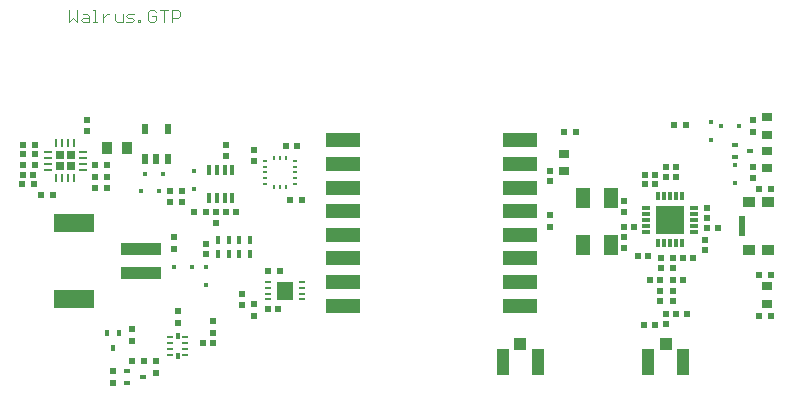
<source format=gtp>
G04 Layer_Color=8421504*
%FSLAX43Y43*%
%MOMM*%
G71*
G01*
G75*
%ADD10R,0.700X0.700*%
%ADD11C,0.125*%
%ADD12R,0.300X0.800*%
%ADD13R,0.800X0.300*%
%ADD14R,2.400X2.400*%
%ADD15R,0.750X0.250*%
%ADD16R,0.250X0.750*%
%ADD17R,3.400X1.500*%
%ADD18R,3.500X1.000*%
%ADD19R,0.550X1.700*%
%ADD20R,1.000X0.900*%
%ADD21R,0.600X0.500*%
%ADD22R,0.600X0.600*%
%ADD23R,0.525X0.510*%
%ADD24R,0.900X1.000*%
%ADD25R,0.500X0.600*%
%ADD26R,0.600X0.900*%
%ADD27R,0.450X0.320*%
%ADD28R,0.320X0.450*%
%ADD29R,0.510X0.525*%
%ADD30R,0.450X0.750*%
%ADD31R,0.600X0.600*%
%ADD32R,0.530X0.250*%
%ADD33R,0.300X0.580*%
%ADD34R,0.400X0.500*%
%ADD35R,0.500X0.400*%
%ADD36R,1.350X1.550*%
%ADD37R,0.600X0.250*%
%ADD38R,0.272X0.400*%
%ADD39R,0.400X0.272*%
%ADD40R,0.450X0.900*%
%ADD41R,3.000X1.200*%
%ADD42R,0.540X0.500*%
%ADD43R,0.900X0.800*%
%ADD44R,0.500X0.540*%
%ADD45R,1.000X1.050*%
%ADD46R,1.050X2.200*%
%ADD47R,1.200X1.800*%
%ADD48R,0.900X0.700*%
D10*
X4100Y20450D02*
D03*
Y19550D02*
D03*
X5000Y20450D02*
D03*
X5000Y19550D02*
D03*
D11*
X4900Y32750D02*
Y31750D01*
X5233Y32083D01*
X5566Y31750D01*
Y32750D01*
X6066Y32416D02*
X6400D01*
X6566Y32250D01*
Y31750D01*
X6066D01*
X5900Y31917D01*
X6066Y32083D01*
X6566D01*
X6899Y31750D02*
X7233D01*
X7066D01*
Y32750D01*
X6899D01*
X7732Y32416D02*
Y31750D01*
Y32083D01*
X7899Y32250D01*
X8066Y32416D01*
X8232D01*
X8732D02*
Y31917D01*
X8899Y31750D01*
X9399D01*
Y32416D01*
X9732Y31750D02*
X10232D01*
X10398Y31917D01*
X10232Y32083D01*
X9898D01*
X9732Y32250D01*
X9898Y32416D01*
X10398D01*
X10731Y31750D02*
Y31917D01*
X10898D01*
Y31750D01*
X10731D01*
X12231Y32583D02*
X12064Y32750D01*
X11731D01*
X11565Y32583D01*
Y31917D01*
X11731Y31750D01*
X12064D01*
X12231Y31917D01*
Y32250D01*
X11898D01*
X12564Y32750D02*
X13231D01*
X12897D01*
Y31750D01*
X13564D02*
Y32750D01*
X14064D01*
X14230Y32583D01*
Y32250D01*
X14064Y32083D01*
X13564D01*
D12*
X56750Y17000D02*
D03*
X56250D02*
D03*
X55750D02*
D03*
X55250D02*
D03*
X54750D02*
D03*
Y13000D02*
D03*
X55250D02*
D03*
X55750D02*
D03*
X56250D02*
D03*
X56750D02*
D03*
D13*
X53750Y16000D02*
D03*
Y15500D02*
D03*
Y15000D02*
D03*
Y14500D02*
D03*
Y14000D02*
D03*
X57750D02*
D03*
Y14500D02*
D03*
Y15000D02*
D03*
Y15500D02*
D03*
Y16000D02*
D03*
D14*
X55750Y15000D02*
D03*
D15*
X3050Y19250D02*
D03*
Y19750D02*
D03*
X6050Y19750D02*
D03*
Y19250D02*
D03*
Y20250D02*
D03*
Y20750D02*
D03*
X3050D02*
D03*
X3050Y20250D02*
D03*
D16*
X3800Y18500D02*
D03*
X4300D02*
D03*
X4800D02*
D03*
X5300D02*
D03*
Y21500D02*
D03*
X4800Y21500D02*
D03*
X4300D02*
D03*
X3800D02*
D03*
D17*
X5250Y14750D02*
D03*
X5250Y8250D02*
D03*
D18*
X11000Y10500D02*
D03*
Y12500D02*
D03*
D19*
X61825Y14450D02*
D03*
D20*
X62450Y12400D02*
D03*
X64050D02*
D03*
Y16500D02*
D03*
X62450D02*
D03*
D21*
X975Y21325D02*
D03*
X1975D02*
D03*
D22*
Y20525D02*
D03*
X975D02*
D03*
X1975Y19675D02*
D03*
X975D02*
D03*
X925Y18000D02*
D03*
X1925D02*
D03*
X2525Y17100D02*
D03*
X3525D02*
D03*
X7100Y18600D02*
D03*
X8100D02*
D03*
X7100Y17700D02*
D03*
X8100D02*
D03*
X8100Y19600D02*
D03*
X7100D02*
D03*
X14400Y17425D02*
D03*
X13400D02*
D03*
Y16525D02*
D03*
X14400D02*
D03*
X16475Y15625D02*
D03*
X15475D02*
D03*
X21700Y10700D02*
D03*
X22700D02*
D03*
X10175Y3000D02*
D03*
X11175D02*
D03*
X23600Y16700D02*
D03*
X24600D02*
D03*
X47800Y22425D02*
D03*
X46800D02*
D03*
X58850Y14325D02*
D03*
X59850Y14325D02*
D03*
X63300Y10350D02*
D03*
X64300D02*
D03*
X63300Y6850D02*
D03*
X64300D02*
D03*
X63300Y17625D02*
D03*
X64300D02*
D03*
X56125Y23025D02*
D03*
X57125Y23025D02*
D03*
D23*
X1855Y18825D02*
D03*
X975Y18825D02*
D03*
X18125Y15625D02*
D03*
X19005D02*
D03*
X16175Y4550D02*
D03*
X17055D02*
D03*
X21700Y7400D02*
D03*
X22580Y7400D02*
D03*
X23250Y21275D02*
D03*
X24130D02*
D03*
X53595Y18825D02*
D03*
X54475Y18825D02*
D03*
Y18000D02*
D03*
X53595D02*
D03*
X56300Y19500D02*
D03*
X55420D02*
D03*
Y18650D02*
D03*
X56300D02*
D03*
X57705Y11800D02*
D03*
X56825D02*
D03*
X57155Y7050D02*
D03*
X56275D02*
D03*
X54045Y9925D02*
D03*
X54925D02*
D03*
X53020Y11925D02*
D03*
X53900D02*
D03*
X51845Y14375D02*
D03*
X52725D02*
D03*
X53570Y6125D02*
D03*
X54450Y6125D02*
D03*
D24*
X9800Y21100D02*
D03*
X8100D02*
D03*
D25*
X6375Y23475D02*
D03*
Y22475D02*
D03*
X13750Y13500D02*
D03*
X13750Y12500D02*
D03*
X45575Y14425D02*
D03*
Y15425D02*
D03*
D26*
X11325Y20175D02*
D03*
X12275D02*
D03*
X13225D02*
D03*
X13225Y22675D02*
D03*
X11325Y22675D02*
D03*
D27*
X12825Y18875D02*
D03*
X11325Y18875D02*
D03*
X12450Y17430D02*
D03*
X10950D02*
D03*
X13750Y11000D02*
D03*
X15250D02*
D03*
X60100Y22975D02*
D03*
X61600D02*
D03*
D28*
X15475Y17600D02*
D03*
Y19100D02*
D03*
X16450Y11000D02*
D03*
Y9500D02*
D03*
X61250Y19600D02*
D03*
Y18100D02*
D03*
X59200Y21775D02*
D03*
Y23275D02*
D03*
D29*
X17325Y15625D02*
D03*
Y14745D02*
D03*
X16450Y12075D02*
D03*
Y12955D02*
D03*
X20500Y20000D02*
D03*
Y20880D02*
D03*
X18200Y20425D02*
D03*
X18200Y21305D02*
D03*
X58850Y16030D02*
D03*
X58850Y15150D02*
D03*
X58750Y13305D02*
D03*
X58750Y12425D02*
D03*
X55975Y11800D02*
D03*
X55975Y10920D02*
D03*
X56025Y8975D02*
D03*
X56025Y8095D02*
D03*
X55025Y11800D02*
D03*
Y10920D02*
D03*
X51850Y13500D02*
D03*
Y12620D02*
D03*
Y15675D02*
D03*
Y16555D02*
D03*
D30*
X20200Y12075D02*
D03*
X19300D02*
D03*
X18400D02*
D03*
X17500D02*
D03*
X17500Y13275D02*
D03*
X18400Y13275D02*
D03*
X19300Y13275D02*
D03*
X20200Y13275D02*
D03*
D31*
X14075Y6275D02*
D03*
Y7275D02*
D03*
X17100Y6400D02*
D03*
Y5400D02*
D03*
X10175Y4725D02*
D03*
X10175Y5725D02*
D03*
X8600Y2175D02*
D03*
Y1175D02*
D03*
X12275Y3000D02*
D03*
Y2000D02*
D03*
X19500Y8750D02*
D03*
Y7750D02*
D03*
X20500Y7875D02*
D03*
Y6875D02*
D03*
X62800Y19500D02*
D03*
Y18500D02*
D03*
Y22425D02*
D03*
Y23425D02*
D03*
D32*
X14720Y3550D02*
D03*
X13450Y5050D02*
D03*
Y4550D02*
D03*
Y4050D02*
D03*
Y3550D02*
D03*
X14720Y4050D02*
D03*
Y4550D02*
D03*
Y5050D02*
D03*
D33*
X14085Y3440D02*
D03*
Y5160D02*
D03*
D34*
X9100Y5425D02*
D03*
X8100D02*
D03*
X8600Y4125D02*
D03*
D35*
X9800Y2175D02*
D03*
Y1175D02*
D03*
X11100Y1675D02*
D03*
X61250Y21350D02*
D03*
Y20350D02*
D03*
X62550Y20850D02*
D03*
D36*
X23150Y9000D02*
D03*
D37*
X21700Y9250D02*
D03*
X21700Y8750D02*
D03*
Y8250D02*
D03*
X24600D02*
D03*
X24600Y8750D02*
D03*
Y9250D02*
D03*
Y9750D02*
D03*
X21700Y9750D02*
D03*
D38*
X23250Y20250D02*
D03*
Y17750D02*
D03*
X22750D02*
D03*
X22250D02*
D03*
X22750Y20250D02*
D03*
X22250D02*
D03*
D39*
X24000Y20000D02*
D03*
X24000Y19500D02*
D03*
Y19000D02*
D03*
Y18500D02*
D03*
X24000Y18000D02*
D03*
X21500D02*
D03*
X21500Y18500D02*
D03*
Y19000D02*
D03*
Y19500D02*
D03*
X21500Y20000D02*
D03*
D40*
X16750Y16820D02*
D03*
X17400Y16820D02*
D03*
X18050Y16820D02*
D03*
X18700Y16820D02*
D03*
Y19220D02*
D03*
X18050D02*
D03*
X17400D02*
D03*
X16750D02*
D03*
D41*
X28075Y15725D02*
D03*
Y17725D02*
D03*
Y19725D02*
D03*
Y21725D02*
D03*
Y13725D02*
D03*
X28075Y11725D02*
D03*
Y9725D02*
D03*
Y7725D02*
D03*
X43075Y7725D02*
D03*
Y9725D02*
D03*
Y11725D02*
D03*
Y13725D02*
D03*
Y15725D02*
D03*
Y17725D02*
D03*
Y19725D02*
D03*
Y21725D02*
D03*
D42*
X45575Y19140D02*
D03*
Y18300D02*
D03*
X55400Y7050D02*
D03*
Y6210D02*
D03*
X54925Y8950D02*
D03*
Y8110D02*
D03*
D43*
X46800Y19150D02*
D03*
Y20550D02*
D03*
D44*
X56865Y9925D02*
D03*
X56025D02*
D03*
D45*
X43075Y4500D02*
D03*
X55400Y4450D02*
D03*
D46*
X44550Y2975D02*
D03*
X41600D02*
D03*
X53925Y2925D02*
D03*
X56875D02*
D03*
D47*
X48350Y12875D02*
D03*
Y16875D02*
D03*
X50750D02*
D03*
Y12875D02*
D03*
D48*
X64000Y9350D02*
D03*
X64000Y7850D02*
D03*
X64000Y20850D02*
D03*
X64000Y19350D02*
D03*
X64000Y23675D02*
D03*
X64000Y22175D02*
D03*
M02*

</source>
